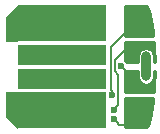
<source format=gtl>
G04 #@! TF.FileFunction,Copper,L1,Top,Signal*
%FSLAX46Y46*%
G04 Gerber Fmt 4.6, Leading zero omitted, Abs format (unit mm)*
G04 Created by KiCad (PCBNEW 4.0.4+e1-6308~48~ubuntu14.04.1-stable) date Sat Nov 26 19:33:40 2016*
%MOMM*%
%LPD*%
G01*
G04 APERTURE LIST*
%ADD10C,0.350000*%
%ADD11R,7.500000X3.125000*%
%ADD12R,7.500000X1.750000*%
%ADD13R,1.000000X1.000000*%
%ADD14C,0.600000*%
%ADD15C,0.152400*%
%ADD16C,0.600000*%
%ADD17C,0.254000*%
%ADD18C,0.300000*%
%ADD19O,0.799999X2.499999*%
G04 APERTURE END LIST*
D10*
D11*
X22000000Y-27187500D03*
X22000000Y-19812500D03*
D12*
X22000000Y-24500000D03*
X22000000Y-22500000D03*
D10*
G36*
X18250000Y-25625000D02*
X18250000Y-28750000D01*
X17250000Y-27750000D01*
X17250000Y-26625000D01*
X18250000Y-25625000D01*
X18250000Y-25625000D01*
G37*
G36*
X18250000Y-18262500D02*
X18250000Y-21387500D01*
X17250000Y-20387500D01*
X17250000Y-19262500D01*
X18250000Y-18262500D01*
X18250000Y-18262500D01*
G37*
D13*
X17750000Y-26125000D03*
X17750000Y-20875000D03*
D14*
X17571506Y-20339356D03*
X18913411Y-20751800D03*
X17953010Y-26009600D03*
X18968427Y-22858094D03*
X19015031Y-24053800D03*
X28295600Y-18542000D03*
X28295600Y-20675600D03*
X26202402Y-25908000D03*
X26995421Y-23469600D03*
X28255990Y-24079203D03*
X28295600Y-25450800D03*
X28255968Y-22961600D03*
X26365200Y-27166979D03*
X28295600Y-21539200D03*
X26365184Y-27919390D03*
X28346400Y-28397200D03*
X28346400Y-26365200D03*
D15*
X17995770Y-20339356D02*
X17571506Y-20339356D01*
X18500967Y-20339356D02*
X17995770Y-20339356D01*
X18913411Y-20751800D02*
X18500967Y-20339356D01*
X17750000Y-19825000D02*
X17661598Y-19825000D01*
X17571506Y-19915092D02*
X17571506Y-20339356D01*
X17661598Y-19825000D02*
X17571506Y-19915092D01*
X17762500Y-19812500D02*
X17750000Y-19825000D01*
D16*
X22000000Y-27187500D02*
X19130910Y-27187500D01*
X17750000Y-26025000D02*
X17765400Y-26009600D01*
X18253009Y-26309599D02*
X17953010Y-26009600D01*
X17765400Y-26009600D02*
X17953010Y-26009600D01*
X17750000Y-27187500D02*
X17750000Y-26025000D01*
X19130910Y-27187500D02*
X18253009Y-26309599D01*
X22000000Y-22500000D02*
X19326521Y-22500000D01*
X19326521Y-22500000D02*
X19268426Y-22558095D01*
X19268426Y-22558095D02*
X18968427Y-22858094D01*
X19015029Y-24053798D02*
X19015031Y-24053800D01*
X18686864Y-24053798D02*
X19015029Y-24053798D01*
X22000000Y-24500000D02*
X21553798Y-24053798D01*
X19105380Y-24000000D02*
X19051582Y-24053798D01*
X21553798Y-24053798D02*
X18686864Y-24053798D01*
X19051582Y-24053798D02*
X18686864Y-24053798D01*
D15*
X26162000Y-21844000D02*
X27330400Y-20675600D01*
X26202402Y-25483736D02*
X26162000Y-25443334D01*
X26202402Y-25908000D02*
X26202402Y-25483736D01*
X26162000Y-25443334D02*
X26162000Y-21844000D01*
X27330400Y-20675600D02*
X28295600Y-20675600D01*
X28295600Y-20675600D02*
X28295600Y-18542000D01*
X27295420Y-23769599D02*
X26995421Y-23469600D01*
X28255990Y-24079203D02*
X27605024Y-24079203D01*
X27605024Y-24079203D02*
X27295420Y-23769599D01*
X28295600Y-24118813D02*
X28255990Y-24079203D01*
X28295600Y-25450800D02*
X28295600Y-24118813D01*
X26665199Y-26866980D02*
X26365200Y-27166979D01*
X26466811Y-22943725D02*
X26466811Y-23896343D01*
X26766799Y-26765380D02*
X26665199Y-26866980D01*
X26766799Y-24196331D02*
X26766799Y-26765380D01*
X26466811Y-23896343D02*
X26766799Y-24196331D01*
X28295600Y-21539200D02*
X27871336Y-21539200D01*
X27871336Y-21539200D02*
X26466811Y-22943725D01*
X28295600Y-22921968D02*
X28255968Y-22961600D01*
X28295600Y-21539200D02*
X28295600Y-22921968D01*
X26842994Y-28397200D02*
X26665183Y-28219389D01*
X26665183Y-28219389D02*
X26365184Y-27919390D01*
X28346400Y-28397200D02*
X26842994Y-28397200D01*
X28346400Y-26365200D02*
X28346400Y-28397200D01*
D17*
G36*
X29206339Y-18395118D02*
X29218872Y-18426451D01*
X29238872Y-18476452D01*
X29245538Y-18486697D01*
X29249661Y-18498203D01*
X29271076Y-18533896D01*
X29285800Y-18578067D01*
X29344754Y-18754929D01*
X29383848Y-18891758D01*
X29386677Y-18897264D01*
X29387678Y-18903371D01*
X29415528Y-18977637D01*
X29433154Y-19039329D01*
X29452538Y-19116865D01*
X29470059Y-19186951D01*
X29478930Y-19266786D01*
X29481435Y-19274687D01*
X29481620Y-19282973D01*
X29501619Y-19372973D01*
X29502439Y-19374834D01*
X29502538Y-19376865D01*
X29521663Y-19453365D01*
X29540952Y-19549809D01*
X29541583Y-19551329D01*
X29541620Y-19552973D01*
X29559655Y-19634134D01*
X29568754Y-19725125D01*
X29570944Y-19732306D01*
X29570952Y-19739810D01*
X29590952Y-19839809D01*
X29590952Y-19839810D01*
X29609493Y-19932513D01*
X29618754Y-20025125D01*
X29620554Y-20031026D01*
X29620452Y-20037191D01*
X29639360Y-20141183D01*
X29648754Y-20235125D01*
X29650554Y-20241026D01*
X29650452Y-20247191D01*
X29669238Y-20350511D01*
X29678575Y-20453223D01*
X29688525Y-20572623D01*
X29690574Y-20579764D01*
X29690452Y-20587191D01*
X29709136Y-20689950D01*
X29718525Y-20802623D01*
X29724390Y-20873000D01*
X27377000Y-20873000D01*
X27377000Y-18377000D01*
X29192750Y-18377000D01*
X29206339Y-18395118D01*
X29206339Y-18395118D01*
G37*
X29206339Y-18395118D02*
X29218872Y-18426451D01*
X29238872Y-18476452D01*
X29245538Y-18486697D01*
X29249661Y-18498203D01*
X29271076Y-18533896D01*
X29285800Y-18578067D01*
X29344754Y-18754929D01*
X29383848Y-18891758D01*
X29386677Y-18897264D01*
X29387678Y-18903371D01*
X29415528Y-18977637D01*
X29433154Y-19039329D01*
X29452538Y-19116865D01*
X29470059Y-19186951D01*
X29478930Y-19266786D01*
X29481435Y-19274687D01*
X29481620Y-19282973D01*
X29501619Y-19372973D01*
X29502439Y-19374834D01*
X29502538Y-19376865D01*
X29521663Y-19453365D01*
X29540952Y-19549809D01*
X29541583Y-19551329D01*
X29541620Y-19552973D01*
X29559655Y-19634134D01*
X29568754Y-19725125D01*
X29570944Y-19732306D01*
X29570952Y-19739810D01*
X29590952Y-19839809D01*
X29590952Y-19839810D01*
X29609493Y-19932513D01*
X29618754Y-20025125D01*
X29620554Y-20031026D01*
X29620452Y-20037191D01*
X29639360Y-20141183D01*
X29648754Y-20235125D01*
X29650554Y-20241026D01*
X29650452Y-20247191D01*
X29669238Y-20350511D01*
X29678575Y-20453223D01*
X29688525Y-20572623D01*
X29690574Y-20579764D01*
X29690452Y-20587191D01*
X29709136Y-20689950D01*
X29718525Y-20802623D01*
X29724390Y-20873000D01*
X27377000Y-20873000D01*
X27377000Y-18377000D01*
X29192750Y-18377000D01*
X29206339Y-18395118D01*
G36*
X29768448Y-21411658D02*
X29768581Y-21412132D01*
X29768525Y-21412623D01*
X29778489Y-21532191D01*
X29788448Y-21661658D01*
X29788581Y-21662132D01*
X29788525Y-21662623D01*
X29798489Y-21782191D01*
X29808000Y-21905834D01*
X29808000Y-22030000D01*
X29809152Y-22035794D01*
X29808448Y-22041658D01*
X29828000Y-22295834D01*
X29828000Y-22430000D01*
X29829152Y-22435794D01*
X29828448Y-22441658D01*
X29838000Y-22565834D01*
X29838000Y-22830000D01*
X29839152Y-22835794D01*
X29838448Y-22841658D01*
X29848000Y-22965834D01*
X29848000Y-23123000D01*
X29787800Y-23123000D01*
X29787800Y-22589637D01*
X29736084Y-22329642D01*
X29588808Y-22109229D01*
X29368395Y-21961953D01*
X29108400Y-21910237D01*
X28848405Y-21961953D01*
X28627992Y-22109229D01*
X28480716Y-22329642D01*
X28429000Y-22589637D01*
X28429000Y-23123000D01*
X27468107Y-23123000D01*
X27377000Y-23031734D01*
X27377000Y-21377000D01*
X29765782Y-21377000D01*
X29768448Y-21411658D01*
X29768448Y-21411658D01*
G37*
X29768448Y-21411658D02*
X29768581Y-21412132D01*
X29768525Y-21412623D01*
X29778489Y-21532191D01*
X29788448Y-21661658D01*
X29788581Y-21662132D01*
X29788525Y-21662623D01*
X29798489Y-21782191D01*
X29808000Y-21905834D01*
X29808000Y-22030000D01*
X29809152Y-22035794D01*
X29808448Y-22041658D01*
X29828000Y-22295834D01*
X29828000Y-22430000D01*
X29829152Y-22435794D01*
X29828448Y-22441658D01*
X29838000Y-22565834D01*
X29838000Y-22830000D01*
X29839152Y-22835794D01*
X29838448Y-22841658D01*
X29848000Y-22965834D01*
X29848000Y-23123000D01*
X29787800Y-23123000D01*
X29787800Y-22589637D01*
X29736084Y-22329642D01*
X29588808Y-22109229D01*
X29368395Y-21961953D01*
X29108400Y-21910237D01*
X28848405Y-21961953D01*
X28627992Y-22109229D01*
X28480716Y-22329642D01*
X28429000Y-22589637D01*
X28429000Y-23123000D01*
X27468107Y-23123000D01*
X27377000Y-23031734D01*
X27377000Y-21377000D01*
X29765782Y-21377000D01*
X29768448Y-21411658D01*
G36*
X29718525Y-26197377D02*
X29709136Y-26310050D01*
X29690452Y-26412809D01*
X29690574Y-26420236D01*
X29688525Y-26427377D01*
X29678575Y-26546777D01*
X29669238Y-26649489D01*
X29650452Y-26752809D01*
X29650554Y-26758974D01*
X29648754Y-26764875D01*
X29639360Y-26858817D01*
X29620452Y-26962809D01*
X29620554Y-26968974D01*
X29618754Y-26974875D01*
X29609493Y-27067487D01*
X29590952Y-27160190D01*
X29590952Y-27160191D01*
X29570952Y-27260190D01*
X29570944Y-27267694D01*
X29568754Y-27274875D01*
X29559655Y-27365866D01*
X29541620Y-27447027D01*
X29541583Y-27448671D01*
X29540952Y-27450191D01*
X29521663Y-27546635D01*
X29502538Y-27623135D01*
X29502439Y-27625166D01*
X29501619Y-27627027D01*
X29481620Y-27717027D01*
X29481435Y-27725313D01*
X29478930Y-27733214D01*
X29470059Y-27813049D01*
X29452538Y-27883135D01*
X29433154Y-27960671D01*
X29415528Y-28022363D01*
X29387678Y-28096629D01*
X29386677Y-28102736D01*
X29383848Y-28108242D01*
X29344754Y-28245071D01*
X29285800Y-28421933D01*
X29271076Y-28466104D01*
X29249661Y-28501797D01*
X29245538Y-28513303D01*
X29238872Y-28523548D01*
X29218873Y-28573546D01*
X29218872Y-28573548D01*
X29206339Y-28604882D01*
X29192750Y-28623000D01*
X27377000Y-28623000D01*
X27377000Y-26127000D01*
X29724390Y-26127000D01*
X29718525Y-26197377D01*
X29718525Y-26197377D01*
G37*
X29718525Y-26197377D02*
X29709136Y-26310050D01*
X29690452Y-26412809D01*
X29690574Y-26420236D01*
X29688525Y-26427377D01*
X29678575Y-26546777D01*
X29669238Y-26649489D01*
X29650452Y-26752809D01*
X29650554Y-26758974D01*
X29648754Y-26764875D01*
X29639360Y-26858817D01*
X29620452Y-26962809D01*
X29620554Y-26968974D01*
X29618754Y-26974875D01*
X29609493Y-27067487D01*
X29590952Y-27160190D01*
X29590952Y-27160191D01*
X29570952Y-27260190D01*
X29570944Y-27267694D01*
X29568754Y-27274875D01*
X29559655Y-27365866D01*
X29541620Y-27447027D01*
X29541583Y-27448671D01*
X29540952Y-27450191D01*
X29521663Y-27546635D01*
X29502538Y-27623135D01*
X29502439Y-27625166D01*
X29501619Y-27627027D01*
X29481620Y-27717027D01*
X29481435Y-27725313D01*
X29478930Y-27733214D01*
X29470059Y-27813049D01*
X29452538Y-27883135D01*
X29433154Y-27960671D01*
X29415528Y-28022363D01*
X29387678Y-28096629D01*
X29386677Y-28102736D01*
X29383848Y-28108242D01*
X29344754Y-28245071D01*
X29285800Y-28421933D01*
X29271076Y-28466104D01*
X29249661Y-28501797D01*
X29245538Y-28513303D01*
X29238872Y-28523548D01*
X29218873Y-28573546D01*
X29218872Y-28573548D01*
X29206339Y-28604882D01*
X29192750Y-28623000D01*
X27377000Y-28623000D01*
X27377000Y-26127000D01*
X29724390Y-26127000D01*
X29718525Y-26197377D01*
G36*
X28429000Y-24349563D02*
X28480716Y-24609558D01*
X28627992Y-24829971D01*
X28848405Y-24977247D01*
X29108400Y-25028963D01*
X29368395Y-24977247D01*
X29588808Y-24829971D01*
X29736084Y-24609558D01*
X29787800Y-24349563D01*
X29787800Y-23877000D01*
X29848000Y-23877000D01*
X29848000Y-24034166D01*
X29838448Y-24158342D01*
X29839152Y-24164206D01*
X29838000Y-24170000D01*
X29838000Y-24434166D01*
X29828448Y-24558342D01*
X29829152Y-24564206D01*
X29828000Y-24570000D01*
X29828000Y-24704166D01*
X29808448Y-24958342D01*
X29809152Y-24964206D01*
X29808000Y-24970000D01*
X29808000Y-25094166D01*
X29798489Y-25217809D01*
X29788525Y-25337377D01*
X29788581Y-25337868D01*
X29788448Y-25338342D01*
X29778489Y-25467809D01*
X29768525Y-25587377D01*
X29768581Y-25587868D01*
X29768448Y-25588342D01*
X29765782Y-25623000D01*
X27377000Y-25623000D01*
X27377000Y-23877000D01*
X28429000Y-23877000D01*
X28429000Y-24349563D01*
X28429000Y-24349563D01*
G37*
X28429000Y-24349563D02*
X28480716Y-24609558D01*
X28627992Y-24829971D01*
X28848405Y-24977247D01*
X29108400Y-25028963D01*
X29368395Y-24977247D01*
X29588808Y-24829971D01*
X29736084Y-24609558D01*
X29787800Y-24349563D01*
X29787800Y-23877000D01*
X29848000Y-23877000D01*
X29848000Y-24034166D01*
X29838448Y-24158342D01*
X29839152Y-24164206D01*
X29838000Y-24170000D01*
X29838000Y-24434166D01*
X29828448Y-24558342D01*
X29829152Y-24564206D01*
X29828000Y-24570000D01*
X29828000Y-24704166D01*
X29808448Y-24958342D01*
X29809152Y-24964206D01*
X29808000Y-24970000D01*
X29808000Y-25094166D01*
X29798489Y-25217809D01*
X29788525Y-25337377D01*
X29788581Y-25337868D01*
X29788448Y-25338342D01*
X29778489Y-25467809D01*
X29768525Y-25587377D01*
X29768581Y-25587868D01*
X29768448Y-25588342D01*
X29765782Y-25623000D01*
X27377000Y-25623000D01*
X27377000Y-23877000D01*
X28429000Y-23877000D01*
X28429000Y-24349563D01*
D18*
X17571506Y-20339356D03*
X18913411Y-20751800D03*
X17953010Y-26009600D03*
X18968427Y-22858094D03*
X19015031Y-24053800D03*
X28295600Y-18542000D03*
X28295600Y-20675600D03*
X26202402Y-25908000D03*
X26995421Y-23469600D03*
X28255990Y-24079203D03*
X28295600Y-25450800D03*
X28255968Y-22961600D03*
X26365200Y-27166979D03*
X28295600Y-21539200D03*
X26365184Y-27919390D03*
X28346400Y-28397200D03*
X28346400Y-26365200D03*
D19*
X29108400Y-23469600D03*
M02*

</source>
